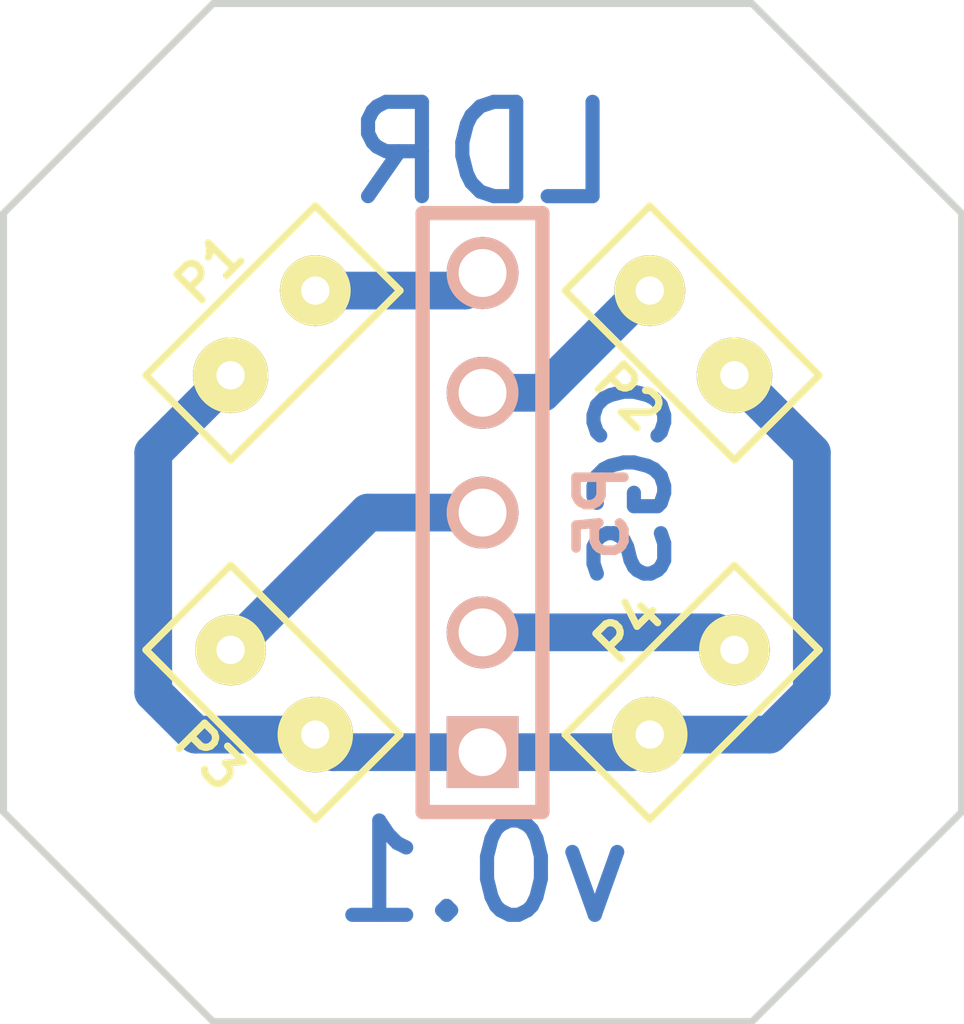
<source format=kicad_pcb>
(kicad_pcb (version 3) (host pcbnew "(2013-mar-13)-testing")

  (general
    (links 8)
    (no_connects 0)
    (area 190.651493 134.771493 211.938507 156.058507)
    (thickness 1.6)
    (drawings 12)
    (tracks 21)
    (zones 0)
    (modules 5)
    (nets 6)
  )

  (page A3)
  (layers
    (15 F.Cu signal)
    (0 B.Cu signal)
    (16 B.Adhes user)
    (17 F.Adhes user)
    (18 B.Paste user)
    (19 F.Paste user)
    (20 B.SilkS user)
    (21 F.SilkS user)
    (22 B.Mask user)
    (23 F.Mask user)
    (24 Dwgs.User user)
    (25 Cmts.User user)
    (26 Eco1.User user)
    (27 Eco2.User user)
    (28 Edge.Cuts user)
  )

  (setup
    (last_trace_width 0.8)
    (trace_clearance 0.4)
    (zone_clearance 0.508)
    (zone_45_only no)
    (trace_min 0.254)
    (segment_width 0.2)
    (edge_width 0.15)
    (via_size 0.889)
    (via_drill 0.635)
    (via_min_size 0.889)
    (via_min_drill 0.508)
    (uvia_size 0.508)
    (uvia_drill 0.127)
    (uvias_allowed no)
    (uvia_min_size 0.508)
    (uvia_min_drill 0.127)
    (pcb_text_width 0.3)
    (pcb_text_size 1 1)
    (mod_edge_width 0.15)
    (mod_text_size 1 1)
    (mod_text_width 0.15)
    (pad_size 1 1)
    (pad_drill 0.6)
    (pad_to_mask_clearance 0)
    (aux_axis_origin 0 0)
    (visible_elements FFFFFF7F)
    (pcbplotparams
      (layerselection 268435457)
      (usegerberextensions true)
      (excludeedgelayer true)
      (linewidth 0.150000)
      (plotframeref false)
      (viasonmask false)
      (mode 1)
      (useauxorigin false)
      (hpglpennumber 1)
      (hpglpenspeed 20)
      (hpglpendiameter 15)
      (hpglpenoverlay 2)
      (psnegative false)
      (psa4output false)
      (plotreference true)
      (plotvalue true)
      (plotothertext true)
      (plotinvisibletext false)
      (padsonsilk false)
      (subtractmaskfromsilk false)
      (outputformat 1)
      (mirror false)
      (drillshape 0)
      (scaleselection 1)
      (outputdirectory Gerber/))
  )

  (net 0 "")
  (net 1 GND)
  (net 2 N-000001)
  (net 3 N-000003)
  (net 4 N-000004)
  (net 5 N-000005)

  (net_class Default "This is the default net class."
    (clearance 0.4)
    (trace_width 0.8)
    (via_dia 0.889)
    (via_drill 0.635)
    (uvia_dia 0.508)
    (uvia_drill 0.127)
    (add_net "")
    (add_net GND)
    (add_net N-000001)
    (add_net N-000003)
    (add_net N-000004)
    (add_net N-000005)
  )

  (module LDR_2pin_connector (layer F.Cu) (tedit 51BB38B8) (tstamp 51BB3A62)
    (at 196.85 141.605 45)
    (descr "Connector for LDR")
    (tags "CONN DEV")
    (path /51BB34A1)
    (fp_text reference P1 (at 0 -1.905 45) (layer F.SilkS)
      (effects (font (size 0.762 0.762) (thickness 0.1524)))
    )
    (fp_text value LDR1 (at 0 -1.905 45) (layer F.SilkS) hide
      (effects (font (size 0.762 0.762) (thickness 0.1524)))
    )
    (fp_line (start -2.54 1.27) (end -2.54 -1.27) (layer F.SilkS) (width 0.1524))
    (fp_line (start -2.54 -1.27) (end 2.54 -1.27) (layer F.SilkS) (width 0.1524))
    (fp_line (start 2.54 -1.27) (end 2.54 1.27) (layer F.SilkS) (width 0.1524))
    (fp_line (start 2.54 1.27) (end -2.54 1.27) (layer F.SilkS) (width 0.1524))
    (pad 1 thru_hole circle (at -1.27 0 45) (size 1.6 1.6) (drill 0.6)
      (layers *.Cu *.Mask F.SilkS)
      (net 1 GND)
    )
    (pad 2 thru_hole circle (at 1.27 0 45) (size 1.5 1.5) (drill 0.6)
      (layers *.Cu *.Mask F.SilkS)
      (net 3 N-000003)
    )
  )

  (module LDR_2pin_connector (layer F.Cu) (tedit 51BB38B8) (tstamp 51BB3A6C)
    (at 205.74 141.605 135)
    (descr "Connector for LDR")
    (tags "CONN DEV")
    (path /51BB34E2)
    (fp_text reference P2 (at 0 -1.905 135) (layer F.SilkS)
      (effects (font (size 0.762 0.762) (thickness 0.1524)))
    )
    (fp_text value LDR2 (at 0 -1.905 135) (layer F.SilkS) hide
      (effects (font (size 0.762 0.762) (thickness 0.1524)))
    )
    (fp_line (start -2.54 1.27) (end -2.54 -1.27) (layer F.SilkS) (width 0.1524))
    (fp_line (start -2.54 -1.27) (end 2.54 -1.27) (layer F.SilkS) (width 0.1524))
    (fp_line (start 2.54 -1.27) (end 2.54 1.27) (layer F.SilkS) (width 0.1524))
    (fp_line (start 2.54 1.27) (end -2.54 1.27) (layer F.SilkS) (width 0.1524))
    (pad 1 thru_hole circle (at -1.27 0 135) (size 1.6 1.6) (drill 0.6)
      (layers *.Cu *.Mask F.SilkS)
      (net 1 GND)
    )
    (pad 2 thru_hole circle (at 1.27 0 135) (size 1.5 1.5) (drill 0.6)
      (layers *.Cu *.Mask F.SilkS)
      (net 2 N-000001)
    )
  )

  (module LDR_2pin_connector (layer F.Cu) (tedit 51BB38B8) (tstamp 51BB3B8B)
    (at 196.85 149.225 135)
    (descr "Connector for LDR")
    (tags "CONN DEV")
    (path /51BB34E8)
    (fp_text reference P3 (at 0 -1.905 135) (layer F.SilkS)
      (effects (font (size 0.762 0.762) (thickness 0.1524)))
    )
    (fp_text value LDR3 (at 0 -1.905 135) (layer F.SilkS) hide
      (effects (font (size 0.762 0.762) (thickness 0.1524)))
    )
    (fp_line (start -2.54 1.27) (end -2.54 -1.27) (layer F.SilkS) (width 0.1524))
    (fp_line (start -2.54 -1.27) (end 2.54 -1.27) (layer F.SilkS) (width 0.1524))
    (fp_line (start 2.54 -1.27) (end 2.54 1.27) (layer F.SilkS) (width 0.1524))
    (fp_line (start 2.54 1.27) (end -2.54 1.27) (layer F.SilkS) (width 0.1524))
    (pad 1 thru_hole circle (at -1.27 0 135) (size 1.6 1.6) (drill 0.6)
      (layers *.Cu *.Mask F.SilkS)
      (net 1 GND)
    )
    (pad 2 thru_hole circle (at 1.27 0 135) (size 1.5 1.5) (drill 0.6)
      (layers *.Cu *.Mask F.SilkS)
      (net 4 N-000004)
    )
  )

  (module LDR_2pin_connector (layer F.Cu) (tedit 51BB38B8) (tstamp 51BB3A80)
    (at 205.74 149.225 45)
    (descr "Connector for LDR")
    (tags "CONN DEV")
    (path /51BB34EE)
    (fp_text reference P4 (at 0 -1.905 45) (layer F.SilkS)
      (effects (font (size 0.762 0.762) (thickness 0.1524)))
    )
    (fp_text value LDR4 (at 0 -1.905 45) (layer F.SilkS) hide
      (effects (font (size 0.762 0.762) (thickness 0.1524)))
    )
    (fp_line (start -2.54 1.27) (end -2.54 -1.27) (layer F.SilkS) (width 0.1524))
    (fp_line (start -2.54 -1.27) (end 2.54 -1.27) (layer F.SilkS) (width 0.1524))
    (fp_line (start 2.54 -1.27) (end 2.54 1.27) (layer F.SilkS) (width 0.1524))
    (fp_line (start 2.54 1.27) (end -2.54 1.27) (layer F.SilkS) (width 0.1524))
    (pad 1 thru_hole circle (at -1.27 0 45) (size 1.6 1.6) (drill 0.6)
      (layers *.Cu *.Mask F.SilkS)
      (net 1 GND)
    )
    (pad 2 thru_hole circle (at 1.27 0 45) (size 1.5 1.5) (drill 0.6)
      (layers *.Cu *.Mask F.SilkS)
      (net 5 N-000005)
    )
  )

  (module PIN_ARRAY_5x1 (layer B.Cu) (tedit 45976D86) (tstamp 51BB3A8D)
    (at 201.295 145.415 90)
    (descr "Double rangee de contacts 2 x 5 pins")
    (tags CONN)
    (path /51BB3492)
    (fp_text reference P5 (at 0 2.54 90) (layer B.SilkS)
      (effects (font (size 1.016 1.016) (thickness 0.2032)) (justify mirror))
    )
    (fp_text value LDR_conn (at 0 -2.54 90) (layer B.SilkS) hide
      (effects (font (size 1.016 1.016) (thickness 0.2032)) (justify mirror))
    )
    (fp_line (start -6.35 1.27) (end -6.35 -1.27) (layer B.SilkS) (width 0.3048))
    (fp_line (start 6.35 -1.27) (end 6.35 1.27) (layer B.SilkS) (width 0.3048))
    (fp_line (start -6.35 1.27) (end 6.35 1.27) (layer B.SilkS) (width 0.3048))
    (fp_line (start 6.35 -1.27) (end -6.35 -1.27) (layer B.SilkS) (width 0.3048))
    (pad 1 thru_hole rect (at -5.08 0 90) (size 1.524 1.524) (drill 1.016)
      (layers *.Cu *.Mask B.SilkS)
      (net 1 GND)
    )
    (pad 2 thru_hole circle (at -2.54 0 90) (size 1.524 1.524) (drill 1.016)
      (layers *.Cu *.Mask B.SilkS)
      (net 5 N-000005)
    )
    (pad 3 thru_hole circle (at 0 0 90) (size 1.524 1.524) (drill 1.016)
      (layers *.Cu *.Mask B.SilkS)
      (net 4 N-000004)
    )
    (pad 4 thru_hole circle (at 2.54 0 90) (size 1.524 1.524) (drill 1.016)
      (layers *.Cu *.Mask B.SilkS)
      (net 2 N-000001)
    )
    (pad 5 thru_hole circle (at 5.08 0 90) (size 1.524 1.524) (drill 1.016)
      (layers *.Cu *.Mask B.SilkS)
      (net 3 N-000003)
    )
    (model pin_array/pins_array_5x1.wrl
      (at (xyz 0 0 0))
      (scale (xyz 1 1 1))
      (rotate (xyz 0 0 0))
    )
  )

  (gr_line (start 191.135 151.765) (end 191.135 146.05) (angle 90) (layer Edge.Cuts) (width 0.15))
  (gr_line (start 195.58 156.21) (end 191.135 151.765) (angle 90) (layer Edge.Cuts) (width 0.15))
  (gr_line (start 207.01 156.21) (end 195.58 156.21) (angle 90) (layer Edge.Cuts) (width 0.15))
  (gr_line (start 211.455 151.765) (end 207.01 156.21) (angle 90) (layer Edge.Cuts) (width 0.15))
  (gr_line (start 211.455 139.065) (end 211.455 151.765) (angle 90) (layer Edge.Cuts) (width 0.15))
  (gr_line (start 207.01 134.62) (end 211.455 139.065) (angle 90) (layer Edge.Cuts) (width 0.15))
  (gr_line (start 195.58 134.62) (end 207.01 134.62) (angle 90) (layer Edge.Cuts) (width 0.15))
  (gr_line (start 191.135 139.065) (end 195.58 134.62) (angle 90) (layer Edge.Cuts) (width 0.15))
  (gr_line (start 191.135 146.05) (end 191.135 139.065) (angle 90) (layer Edge.Cuts) (width 0.15))
  (gr_text CGS (at 204.47 144.78 90) (layer B.Cu)
    (effects (font (size 1.5 1.5) (thickness 0.3)) (justify mirror))
  )
  (gr_text v0.1 (at 201.295 153.035) (layer B.Cu)
    (effects (font (size 2 2) (thickness 0.3)) (justify mirror))
  )
  (gr_text LDR (at 201.295 137.795) (layer B.Cu)
    (effects (font (size 2 2) (thickness 0.3)) (justify mirror))
  )

  (segment (start 197.748026 150.123026) (end 195.208026 150.123026) (width 0.8) (layer B.Cu) (net 1))
  (segment (start 194.31 144.145) (end 195.951974 142.503026) (width 0.8) (layer B.Cu) (net 1) (tstamp 51BB3C81))
  (segment (start 194.31 149.225) (end 194.31 144.145) (width 0.8) (layer B.Cu) (net 1) (tstamp 51BB3C7C))
  (segment (start 195.208026 150.123026) (end 194.31 149.225) (width 0.8) (layer B.Cu) (net 1) (tstamp 51BB3C79))
  (segment (start 204.841974 150.123026) (end 207.381974 150.123026) (width 0.8) (layer B.Cu) (net 1))
  (segment (start 208.28 144.145) (end 206.638026 142.503026) (width 0.8) (layer B.Cu) (net 1) (tstamp 51BB3C75))
  (segment (start 208.28 149.225) (end 208.28 144.145) (width 0.8) (layer B.Cu) (net 1) (tstamp 51BB3C6E))
  (segment (start 207.381974 150.123026) (end 208.28 149.225) (width 0.8) (layer B.Cu) (net 1) (tstamp 51BB3C6A))
  (segment (start 201.295 150.495) (end 204.47 150.495) (width 0.8) (layer B.Cu) (net 1))
  (segment (start 204.47 150.495) (end 204.841974 150.123026) (width 0.8) (layer B.Cu) (net 1) (tstamp 51BB3C64))
  (segment (start 201.295 150.495) (end 198.12 150.495) (width 0.8) (layer B.Cu) (net 1))
  (segment (start 198.12 150.495) (end 197.748026 150.123026) (width 0.8) (layer B.Cu) (net 1) (tstamp 51BB3C60))
  (segment (start 204.841974 140.706974) (end 204.733026 140.706974) (width 0.8) (layer B.Cu) (net 2))
  (segment (start 202.565 142.875) (end 201.295 142.875) (width 0.8) (layer B.Cu) (net 2) (tstamp 51BB3C4F))
  (segment (start 204.733026 140.706974) (end 202.565 142.875) (width 0.8) (layer B.Cu) (net 2) (tstamp 51BB3C4E))
  (segment (start 197.748026 140.706974) (end 200.923026 140.706974) (width 0.8) (layer B.Cu) (net 3))
  (segment (start 200.923026 140.706974) (end 201.295 140.335) (width 0.8) (layer B.Cu) (net 3) (tstamp 51BB3C4B))
  (segment (start 201.295 145.415) (end 198.863948 145.415) (width 0.8) (layer B.Cu) (net 4))
  (segment (start 198.863948 145.415) (end 195.951974 148.326974) (width 0.8) (layer B.Cu) (net 4) (tstamp 51BB3C57))
  (segment (start 201.295 147.955) (end 206.266052 147.955) (width 0.8) (layer B.Cu) (net 5))
  (segment (start 206.266052 147.955) (end 206.638026 148.326974) (width 0.8) (layer B.Cu) (net 5) (tstamp 51BB3C54))

)

</source>
